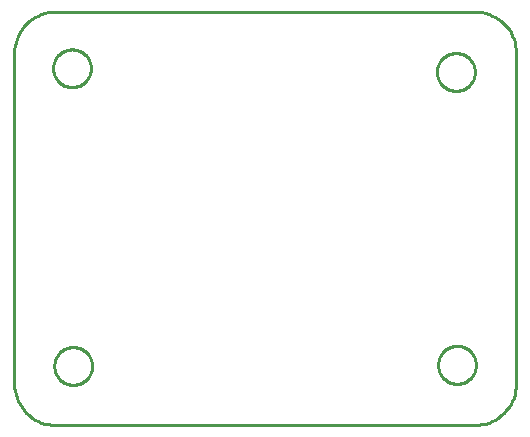
<source format=gbr>
G04 EAGLE Gerber RS-274X export*
G75*
%MOMM*%
%FSLAX34Y34*%
%LPD*%
%IN*%
%IPPOS*%
%AMOC8*
5,1,8,0,0,1.08239X$1,22.5*%
G01*
%ADD10C,0.254000*%


D10*
X0Y35000D02*
X133Y31950D01*
X532Y28922D01*
X1193Y25941D01*
X2111Y23029D01*
X3279Y20208D01*
X4689Y17500D01*
X6330Y14925D01*
X8188Y12502D01*
X10251Y10251D01*
X12502Y8188D01*
X14925Y6330D01*
X17500Y4689D01*
X20208Y3279D01*
X23029Y2111D01*
X25941Y1193D01*
X28922Y532D01*
X31950Y133D01*
X35000Y0D01*
X390000Y0D01*
X393050Y133D01*
X396078Y532D01*
X399059Y1193D01*
X401971Y2111D01*
X404792Y3279D01*
X407500Y4689D01*
X410075Y6330D01*
X412498Y8188D01*
X414749Y10251D01*
X416812Y12502D01*
X418670Y14925D01*
X420311Y17500D01*
X421721Y20208D01*
X422889Y23029D01*
X423807Y25941D01*
X424468Y28922D01*
X424867Y31950D01*
X425000Y35000D01*
X425000Y315000D01*
X424867Y318050D01*
X424468Y321078D01*
X423807Y324059D01*
X422889Y326971D01*
X421721Y329792D01*
X420311Y332500D01*
X418670Y335075D01*
X416812Y337498D01*
X414749Y339749D01*
X412498Y341812D01*
X410075Y343670D01*
X407500Y345311D01*
X404792Y346721D01*
X401971Y347889D01*
X399059Y348807D01*
X396078Y349468D01*
X393050Y349867D01*
X390000Y350000D01*
X35000Y350000D01*
X31950Y349867D01*
X28922Y349468D01*
X25941Y348807D01*
X23029Y347889D01*
X20208Y346721D01*
X17500Y345311D01*
X14925Y343670D01*
X12502Y341812D01*
X10251Y339749D01*
X8188Y337498D01*
X6330Y335075D01*
X4689Y332500D01*
X3279Y329792D01*
X2111Y326971D01*
X1193Y324059D01*
X532Y321078D01*
X133Y318050D01*
X0Y315000D01*
X0Y35000D01*
X48476Y318000D02*
X47431Y317932D01*
X46392Y317795D01*
X45365Y317590D01*
X44353Y317319D01*
X43361Y316983D01*
X42393Y316582D01*
X41454Y316118D01*
X40546Y315595D01*
X39675Y315013D01*
X38844Y314375D01*
X38057Y313684D01*
X37316Y312943D01*
X36625Y312156D01*
X35988Y311325D01*
X35406Y310454D01*
X34882Y309546D01*
X34418Y308607D01*
X34017Y307639D01*
X33681Y306647D01*
X33410Y305635D01*
X33205Y304608D01*
X33069Y303569D01*
X33000Y302524D01*
X33000Y301476D01*
X33069Y300431D01*
X33205Y299392D01*
X33410Y298365D01*
X33681Y297353D01*
X34017Y296361D01*
X34418Y295393D01*
X34882Y294454D01*
X35406Y293546D01*
X35988Y292675D01*
X36625Y291844D01*
X37316Y291057D01*
X38057Y290316D01*
X38844Y289625D01*
X39675Y288988D01*
X40546Y288406D01*
X41454Y287882D01*
X42393Y287418D01*
X43361Y287017D01*
X44353Y286681D01*
X45365Y286410D01*
X46392Y286205D01*
X47431Y286069D01*
X48476Y286000D01*
X49524Y286000D01*
X50569Y286069D01*
X51608Y286205D01*
X52635Y286410D01*
X53647Y286681D01*
X54639Y287017D01*
X55607Y287418D01*
X56546Y287882D01*
X57454Y288406D01*
X58325Y288988D01*
X59156Y289625D01*
X59943Y290316D01*
X60684Y291057D01*
X61375Y291844D01*
X62013Y292675D01*
X62595Y293546D01*
X63118Y294454D01*
X63582Y295393D01*
X63983Y296361D01*
X64319Y297353D01*
X64590Y298365D01*
X64795Y299392D01*
X64932Y300431D01*
X65000Y301476D01*
X65000Y302524D01*
X64932Y303569D01*
X64795Y304608D01*
X64590Y305635D01*
X64319Y306647D01*
X63983Y307639D01*
X63582Y308607D01*
X63118Y309546D01*
X62595Y310454D01*
X62013Y311325D01*
X61375Y312156D01*
X60684Y312943D01*
X59943Y313684D01*
X59156Y314375D01*
X58325Y315013D01*
X57454Y315595D01*
X56546Y316118D01*
X55607Y316582D01*
X54639Y316983D01*
X53647Y317319D01*
X52635Y317590D01*
X51608Y317795D01*
X50569Y317932D01*
X49524Y318000D01*
X48476Y318000D01*
X50524Y66000D02*
X51569Y65932D01*
X52608Y65795D01*
X53635Y65590D01*
X54647Y65319D01*
X55639Y64983D01*
X56607Y64582D01*
X57546Y64118D01*
X58454Y63595D01*
X59325Y63013D01*
X60156Y62375D01*
X60943Y61684D01*
X61684Y60943D01*
X62375Y60156D01*
X63013Y59325D01*
X63595Y58454D01*
X64118Y57546D01*
X64582Y56607D01*
X64983Y55639D01*
X65319Y54647D01*
X65590Y53635D01*
X65795Y52608D01*
X65932Y51569D01*
X66000Y50524D01*
X66000Y49476D01*
X65932Y48431D01*
X65795Y47392D01*
X65590Y46365D01*
X65319Y45353D01*
X64983Y44361D01*
X64582Y43393D01*
X64118Y42454D01*
X63595Y41546D01*
X63013Y40675D01*
X62375Y39844D01*
X61684Y39057D01*
X60943Y38316D01*
X60156Y37625D01*
X59325Y36988D01*
X58454Y36406D01*
X57546Y35882D01*
X56607Y35418D01*
X55639Y35017D01*
X54647Y34681D01*
X53635Y34410D01*
X52608Y34205D01*
X51569Y34069D01*
X50524Y34000D01*
X49476Y34000D01*
X48431Y34069D01*
X47392Y34205D01*
X46365Y34410D01*
X45353Y34681D01*
X44361Y35017D01*
X43393Y35418D01*
X42454Y35882D01*
X41546Y36406D01*
X40675Y36988D01*
X39844Y37625D01*
X39057Y38316D01*
X38316Y39057D01*
X37625Y39844D01*
X36988Y40675D01*
X36406Y41546D01*
X35882Y42454D01*
X35418Y43393D01*
X35017Y44361D01*
X34681Y45353D01*
X34410Y46365D01*
X34205Y47392D01*
X34069Y48431D01*
X34000Y49476D01*
X34000Y50524D01*
X34069Y51569D01*
X34205Y52608D01*
X34410Y53635D01*
X34681Y54647D01*
X35017Y55639D01*
X35418Y56607D01*
X35882Y57546D01*
X36406Y58454D01*
X36988Y59325D01*
X37625Y60156D01*
X38316Y60943D01*
X39057Y61684D01*
X39844Y62375D01*
X40675Y63013D01*
X41546Y63595D01*
X42454Y64118D01*
X43393Y64582D01*
X44361Y64983D01*
X45353Y65319D01*
X46365Y65590D01*
X47392Y65795D01*
X48431Y65932D01*
X49476Y66000D01*
X50524Y66000D01*
X375524Y67000D02*
X376569Y66932D01*
X377608Y66795D01*
X378635Y66590D01*
X379647Y66319D01*
X380639Y65983D01*
X381607Y65582D01*
X382546Y65118D01*
X383454Y64595D01*
X384325Y64013D01*
X385156Y63375D01*
X385943Y62684D01*
X386684Y61943D01*
X387375Y61156D01*
X388013Y60325D01*
X388595Y59454D01*
X389118Y58546D01*
X389582Y57607D01*
X389983Y56639D01*
X390319Y55647D01*
X390590Y54635D01*
X390795Y53608D01*
X390932Y52569D01*
X391000Y51524D01*
X391000Y50476D01*
X390932Y49431D01*
X390795Y48392D01*
X390590Y47365D01*
X390319Y46353D01*
X389983Y45361D01*
X389582Y44393D01*
X389118Y43454D01*
X388595Y42546D01*
X388013Y41675D01*
X387375Y40844D01*
X386684Y40057D01*
X385943Y39316D01*
X385156Y38625D01*
X384325Y37988D01*
X383454Y37406D01*
X382546Y36882D01*
X381607Y36418D01*
X380639Y36017D01*
X379647Y35681D01*
X378635Y35410D01*
X377608Y35205D01*
X376569Y35069D01*
X375524Y35000D01*
X374476Y35000D01*
X373431Y35069D01*
X372392Y35205D01*
X371365Y35410D01*
X370353Y35681D01*
X369361Y36017D01*
X368393Y36418D01*
X367454Y36882D01*
X366546Y37406D01*
X365675Y37988D01*
X364844Y38625D01*
X364057Y39316D01*
X363316Y40057D01*
X362625Y40844D01*
X361988Y41675D01*
X361406Y42546D01*
X360882Y43454D01*
X360418Y44393D01*
X360017Y45361D01*
X359681Y46353D01*
X359410Y47365D01*
X359205Y48392D01*
X359069Y49431D01*
X359000Y50476D01*
X359000Y51524D01*
X359069Y52569D01*
X359205Y53608D01*
X359410Y54635D01*
X359681Y55647D01*
X360017Y56639D01*
X360418Y57607D01*
X360882Y58546D01*
X361406Y59454D01*
X361988Y60325D01*
X362625Y61156D01*
X363316Y61943D01*
X364057Y62684D01*
X364844Y63375D01*
X365675Y64013D01*
X366546Y64595D01*
X367454Y65118D01*
X368393Y65582D01*
X369361Y65983D01*
X370353Y66319D01*
X371365Y66590D01*
X372392Y66795D01*
X373431Y66932D01*
X374476Y67000D01*
X375524Y67000D01*
X373476Y315000D02*
X372431Y314932D01*
X371392Y314795D01*
X370365Y314590D01*
X369353Y314319D01*
X368361Y313983D01*
X367393Y313582D01*
X366454Y313118D01*
X365546Y312595D01*
X364675Y312013D01*
X363844Y311375D01*
X363057Y310684D01*
X362316Y309943D01*
X361625Y309156D01*
X360988Y308325D01*
X360406Y307454D01*
X359882Y306546D01*
X359418Y305607D01*
X359017Y304639D01*
X358681Y303647D01*
X358410Y302635D01*
X358205Y301608D01*
X358069Y300569D01*
X358000Y299524D01*
X358000Y298476D01*
X358069Y297431D01*
X358205Y296392D01*
X358410Y295365D01*
X358681Y294353D01*
X359017Y293361D01*
X359418Y292393D01*
X359882Y291454D01*
X360406Y290546D01*
X360988Y289675D01*
X361625Y288844D01*
X362316Y288057D01*
X363057Y287316D01*
X363844Y286625D01*
X364675Y285988D01*
X365546Y285406D01*
X366454Y284882D01*
X367393Y284418D01*
X368361Y284017D01*
X369353Y283681D01*
X370365Y283410D01*
X371392Y283205D01*
X372431Y283069D01*
X373476Y283000D01*
X374524Y283000D01*
X375569Y283069D01*
X376608Y283205D01*
X377635Y283410D01*
X378647Y283681D01*
X379639Y284017D01*
X380607Y284418D01*
X381546Y284882D01*
X382454Y285406D01*
X383325Y285988D01*
X384156Y286625D01*
X384943Y287316D01*
X385684Y288057D01*
X386375Y288844D01*
X387013Y289675D01*
X387595Y290546D01*
X388118Y291454D01*
X388582Y292393D01*
X388983Y293361D01*
X389319Y294353D01*
X389590Y295365D01*
X389795Y296392D01*
X389932Y297431D01*
X390000Y298476D01*
X390000Y299524D01*
X389932Y300569D01*
X389795Y301608D01*
X389590Y302635D01*
X389319Y303647D01*
X388983Y304639D01*
X388582Y305607D01*
X388118Y306546D01*
X387595Y307454D01*
X387013Y308325D01*
X386375Y309156D01*
X385684Y309943D01*
X384943Y310684D01*
X384156Y311375D01*
X383325Y312013D01*
X382454Y312595D01*
X381546Y313118D01*
X380607Y313582D01*
X379639Y313983D01*
X378647Y314319D01*
X377635Y314590D01*
X376608Y314795D01*
X375569Y314932D01*
X374524Y315000D01*
X373476Y315000D01*
M02*

</source>
